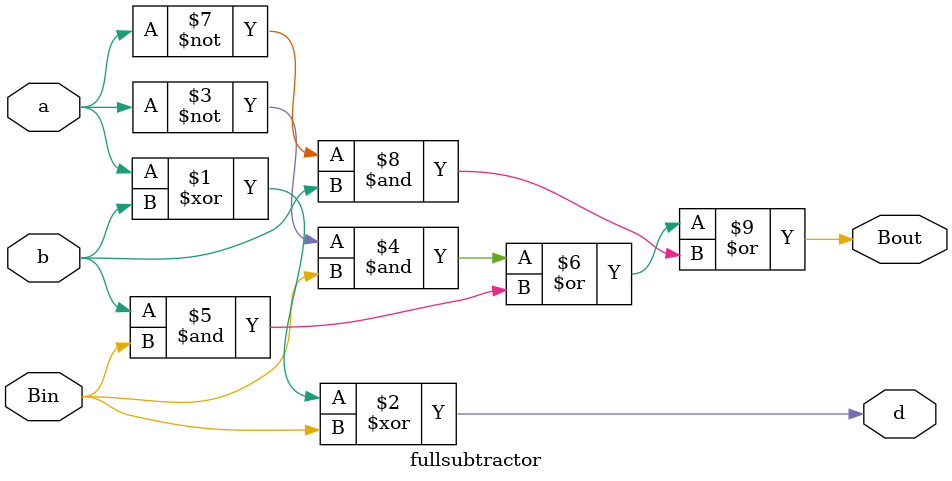
<source format=sv>
module fullsubtractor(a,b,Bin,d,Bout);
  input a,b,Bin;
  output d,Bout;
  assign d = a^b^Bin;
  assign Bout = ((~a)&Bin)|(b&Bin)|((~a)&b);
endmodule
</source>
